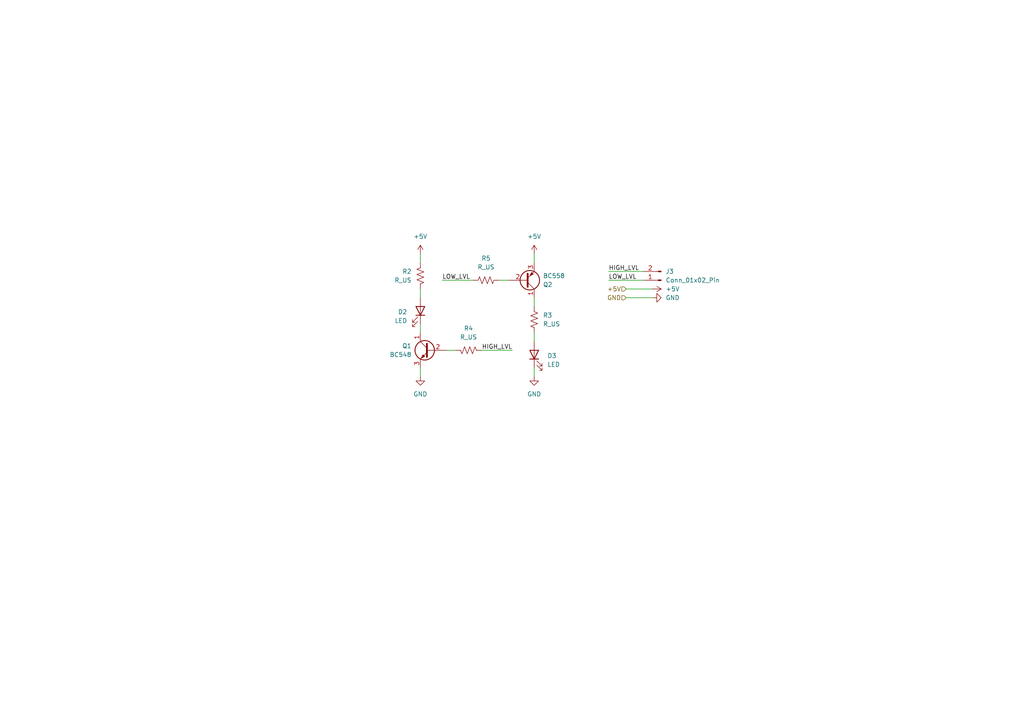
<source format=kicad_sch>
(kicad_sch (version 20230121) (generator eeschema)
  (paper "A4")
  (lib_symbols
    (symbol "Connector:Conn_01x02_Pin" (pin_names (offset 1.016) hide)
      (property "Reference" "J" (at 0 2.54 0))
      (property "Value" "Conn_01x02_Pin" (at 0 -5.08 0))
      (symbol "Conn_01x02_Pin_1_1"
        (polyline (pts (xy 1.27 -2.54) (xy 0.8636 -2.54)) (stroke (width 0.1524)))
        (polyline (pts (xy 1.27 0) (xy 0.8636 0)) (stroke (width 0.1524)))
        (rectangle (start 0.8636 -2.413) (end 0 -2.667) (stroke (width 0.1524)) (fill (type outline)))
        (rectangle (start 0.8636 0.127) (end 0 -0.127) (stroke (width 0.1524)) (fill (type outline)))
        (pin passive line (at 5.08 0 180) (length 3.81) (name "Pin_1") (number "1"))
        (pin passive line (at 5.08 -2.54 180) (length 3.81) (name "Pin_2") (number "2"))
      )
    )
    (symbol "Device:LED" (pin_numbers hide) (pin_names (offset 1.016) hide)
      (property "Reference" "D" (at 0 2.54 0))
      (property "Value" "LED" (at 0 -2.54 0))
      (symbol "LED_0_1"
        (polyline (pts (xy -1.27 -1.27) (xy -1.27 1.27)) (stroke (width 0.254)))
        (polyline (pts (xy -1.27 0) (xy 1.27 0)))
        (polyline (pts (xy 1.27 -1.27) (xy 1.27 1.27) (xy -1.27 0) (xy 1.27 -1.27)) (stroke (width 0.254)))
        (polyline (pts (xy -3.048 -0.762) (xy -4.572 -2.286) (xy -3.81 -2.286) (xy -4.572 -2.286) (xy -4.572 -1.524)))
        (polyline (pts (xy -1.778 -0.762) (xy -3.302 -2.286) (xy -2.54 -2.286) (xy -3.302 -2.286) (xy -3.302 -1.524)))
      )
      (symbol "LED_1_1"
        (pin passive line (at -3.81 0 0) (length 2.54) (name "K") (number "1"))
        (pin passive line (at 3.81 0 180) (length 2.54) (name "A") (number "2"))
      )
    )
    (symbol "Device:R_US" (pin_numbers hide) (pin_names (offset 0))
      (property "Reference" "R" (at 2.54 0 90))
      (property "Value" "R_US" (at -2.54 0 90))
      (symbol "R_US_0_1"
        (polyline (pts (xy 0 -2.286) (xy 0 -2.54)))
        (polyline (pts (xy 0 2.286) (xy 0 2.54)))
        (polyline (pts (xy 0 -0.762) (xy 1.016 -1.143) (xy 0 -1.524) (xy -1.016 -1.905) (xy 0 -2.286)))
        (polyline (pts (xy 0 0.762) (xy 1.016 0.381) (xy 0 0) (xy -1.016 -0.381) (xy 0 -0.762)))
        (polyline (pts (xy 0 2.286) (xy 1.016 1.905) (xy 0 1.524) (xy -1.016 1.143) (xy 0 0.762)))
      )
      (symbol "R_US_1_1"
        (pin passive line (at 0 3.81 270) (length 1.27) (name "~") (number "1"))
        (pin passive line (at 0 -3.81 90) (length 1.27) (name "~") (number "2"))
      )
    )
    (symbol "Transistor_BJT:BC548" (pin_names (offset 0) hide)
      (property "Reference" "Q" (at 5.08 1.905 0))
      (property "Value" "BC548" (at 5.08 0 0))
      (symbol "BC548_0_1"
        (polyline (pts (xy 0 0) (xy 0.635 0)))
        (polyline (pts (xy 0.635 0.635) (xy 2.54 2.54)))
        (polyline (pts (xy 0.635 -0.635) (xy 2.54 -2.54) (xy 2.54 -2.54)))
        (polyline (pts (xy 0.635 1.905) (xy 0.635 -1.905) (xy 0.635 -1.905)) (stroke (width 0.508)))
        (polyline (pts (xy 1.27 -1.778) (xy 1.778 -1.27) (xy 2.286 -2.286) (xy 1.27 -1.778) (xy 1.27 -1.778)) (fill (type outline)))
        (circle (center 1.27 0) (radius 2.8194) (stroke (width 0.254)))
      )
      (symbol "BC548_1_1"
        (pin passive line (at 2.54 5.08 270) (length 2.54) (name "C") (number "1"))
        (pin input line (at -5.08 0 0) (length 5.08) (name "B") (number "2"))
        (pin passive line (at 2.54 -5.08 90) (length 2.54) (name "E") (number "3"))
      )
    )
    (symbol "Transistor_BJT:BC558" (pin_names (offset 0) hide)
      (property "Reference" "Q" (at 5.08 1.905 0))
      (property "Value" "BC558" (at 5.08 0 0))
      (symbol "BC558_0_1"
        (polyline (pts (xy 0.635 0.635) (xy 2.54 2.54)))
        (polyline (pts (xy 0.635 -0.635) (xy 2.54 -2.54) (xy 2.54 -2.54)))
        (polyline (pts (xy 0.635 1.905) (xy 0.635 -1.905) (xy 0.635 -1.905)) (stroke (width 0.508)))
        (polyline (pts (xy 2.286 -1.778) (xy 1.778 -2.286) (xy 1.27 -1.27) (xy 2.286 -1.778) (xy 2.286 -1.778)) (fill (type outline)))
        (circle (center 1.27 0) (radius 2.8194) (stroke (width 0.254)))
      )
      (symbol "BC558_1_1"
        (pin passive line (at 2.54 5.08 270) (length 2.54) (name "C") (number "1"))
        (pin input line (at -5.08 0 0) (length 5.715) (name "B") (number "2"))
        (pin passive line (at 2.54 -5.08 90) (length 2.54) (name "E") (number "3"))
      )
    )
    (symbol "power:+5V" (power) (pin_names (offset 0))
      (property "Value" "+5V" (at 0 3.556 0))
      (symbol "+5V_0_1"
        (polyline (pts (xy -0.762 1.27) (xy 0 2.54)))
        (polyline (pts (xy 0 0) (xy 0 2.54)))
        (polyline (pts (xy 0 2.54) (xy 0.762 1.27)))
      )
      (symbol "+5V_1_1"
        (pin power_in line (at 0 0 90) (length 0) hide (name "+5V") (number "1"))
      )
    )
    (symbol "power:GND" (power) (pin_names (offset 0))
      (property "Value" "GND" (at 0 -3.81 0))
      (symbol "GND_0_1"
        (polyline (pts (xy 0 0) (xy 0 -1.27) (xy 1.27 -1.27) (xy 0 -2.54) (xy -1.27 -1.27) (xy 0 -1.27)))
      )
      (symbol "GND_1_1"
        (pin power_in line (at 0 0 270) (length 0) hide (name "GND") (number "1"))
      )
    )
  )
  (wire (pts (xy 137.16 81.28) (xy 128.27 81.28)))
  (wire (pts (xy 139.7 101.6) (xy 148.59 101.6)))
  (wire (pts (xy 181.61 86.36) (xy 189.23 86.36)))
  (wire (pts (xy 144.78 81.28) (xy 147.32 81.28)))
  (wire (pts (xy 121.92 83.82) (xy 121.92 86.36)))
  (wire (pts (xy 121.92 73.66) (xy 121.92 76.2)))
  (wire (pts (xy 154.94 86.36) (xy 154.94 88.9)))
  (wire (pts (xy 121.92 93.98) (xy 121.92 96.52)))
  (wire (pts (xy 176.53 81.28) (xy 186.69 81.28)))
  (wire (pts (xy 132.08 101.6) (xy 129.54 101.6)))
  (wire (pts (xy 176.53 78.74) (xy 186.69 78.74)))
  (wire (pts (xy 154.94 106.68) (xy 154.94 109.22)))
  (wire (pts (xy 181.61 83.82) (xy 189.23 83.82)))
  (wire (pts (xy 154.94 96.52) (xy 154.94 99.06)))
  (wire (pts (xy 154.94 73.66) (xy 154.94 76.2)))
  (wire (pts (xy 121.92 106.68) (xy 121.92 109.22)))
  (label "LOW_LVL" (at 128.27 81.28 0))
  (label "LOW_LVL" (at 176.53 81.28 0))
  (label "HIGH_LVL" (at 176.53 78.74 0))
  (label "HIGH_LVL" (at 148.59 101.6 180))
  (hierarchical_label "GND" (shape input) (at 181.61 86.36 180))
  (hierarchical_label "+5V" (shape input) (at 181.61 83.82 180))
  (symbol (lib_id "Transistor_BJT:BC548") (at 124.46 101.6 0) (mirror y) (unit 1)
    (property "Reference" "Q1" (at 119.38 100.33 0) (effects (justify left)))
    (property "Value" "BC548" (at 119.38 102.87 0) (effects (justify left)))
    (property "Footprint" "Package_TO_SOT_THT:TO-92_Inline_Wide" (effects hide))
    (property "Datasheet" "https://www.onsemi.com/pub/Collateral/BC550-D.pdf" (effects hide))
  )
  (symbol (lib_id "Device:R_US") (at 140.97 81.28 270) (unit 1)
    (property "Reference" "R5" (at 140.97 74.93 90))
    (property "Value" "R_US" (at 140.97 77.47 90))
    (property "Footprint" "Resistor_THT:R_Axial_DIN0207_L6.3mm_D2.5mm_P2.54mm_Vertical" (effects hide))
    (instances (project "preperf_10x10" (path "" (reference "R5") (unit 1)) (path "" (reference "R3") (unit 1))))
  )
  (symbol (lib_id "power:GND") (at 189.23 86.36 90) (mirror x) (unit 1)
    (property "Reference" "#PWR011" (effects hide))
    (property "Value" "GND" (at 193.04 86.36 90) (effects (justify right)))
    (instances (project "preperf_10x10" (path "" (reference "#PWR011") (unit 1)) (path "" (reference "#PWR010") (unit 1))))
  )
  (symbol (lib_id "Device:R_US") (at 154.94 92.71 180) (unit 1)
    (property "Reference" "R3" (at 157.48 91.44 0) (effects (justify right)))
    (property "Value" "R_US" (at 157.48 93.98 0) (effects (justify right)))
    (property "Footprint" "Resistor_THT:R_Axial_DIN0207_L6.3mm_D2.5mm_P5.08mm_Vertical" (effects hide))
    (instances (project "preperf_10x10" (path "" (reference "R3") (unit 1)) (path "" (reference "R4") (unit 1))))
  )
  (symbol (lib_id "power:+5V") (at 189.23 83.82 270) (unit 1)
    (property "Reference" "#PWR09" (effects hide))
    (property "Value" "+5V" (at 193.04 83.82 90) (effects (justify left)))
  )
  (symbol (lib_id "Device:LED") (at 154.94 102.87 90) (unit 1)
    (property "Reference" "D3" (at 158.75 103.1875 90) (effects (justify right)))
    (property "Value" "LED" (at 158.75 105.7275 90) (effects (justify right)))
    (property "Footprint" "LED_THT:LED_D3.0mm" (effects hide))
    (instances (project "preperf_10x10" (path "" (reference "D3") (unit 1)) (path "" (reference "D2") (unit 1))))
  )
  (symbol (lib_id "Device:LED") (at 121.92 90.17 270) (mirror x) (unit 1)
    (property "Reference" "D2" (at 118.11 90.4875 90) (effects (justify right)))
    (property "Value" "LED" (at 118.11 93.0275 90) (effects (justify right)))
    (property "Footprint" "LED_THT:LED_D3.0mm" (effects hide))
    (instances (project "preperf_10x10" (path "" (reference "D2") (unit 1)) (path "" (reference "D1") (unit 1))))
  )
  (symbol (lib_id "Connector:Conn_01x02_Pin") (at 191.77 81.28 180) (unit 1)
    (property "Reference" "J3" (at 193.04 78.74 0) (effects (justify right)))
    (property "Value" "Conn_01x02_Pin" (at 193.04 81.28 0) (effects (justify right)))
    (property "Footprint" "Connector_Molex:Molex_KK-254_AE-6410-02A_1x02_P2.54mm_Vertical" (effects hide))
    (instances (project "preperf_10x10" (path "" (reference "J3") (unit 1)) (path "" (reference "J2") (unit 1))))
  )
  (symbol (lib_id "power:GND") (at 154.94 109.22 0) (unit 1)
    (property "Reference" "#PWR010" (effects hide))
    (property "Value" "GND" (at 154.94 114.3 0))
    (instances (project "preperf_10x10" (path "" (reference "#PWR010") (unit 1)) (path "" (reference "#PWR08") (unit 1))))
  )
  (symbol (lib_id "Device:R_US") (at 135.89 101.6 270) (mirror x) (unit 1)
    (property "Reference" "R4" (at 135.89 95.25 90))
    (property "Value" "R_US" (at 135.89 97.79 90))
    (property "Footprint" "Resistor_THT:R_Axial_DIN0207_L6.3mm_D2.5mm_P2.54mm_Vertical" (effects hide))
    (instances (project "preperf_10x10" (path "" (reference "R4") (unit 1)) (path "" (reference "R2") (unit 1))))
  )
  (symbol (lib_id "power:+5V") (at 121.92 73.66 0) (mirror y) (unit 1)
    (property "Reference" "#PWR09" (effects hide))
    (property "Value" "+5V" (at 121.92 68.58 0))
    (instances (project "preperf_10x10" (path "" (reference "#PWR09") (unit 1)) (path "" (reference "#PWR05") (unit 1))))
  )
  (symbol (lib_id "Transistor_BJT:BC558") (at 152.4 81.28 0) (mirror x) (unit 1)
    (property "Reference" "Q2" (at 157.48 82.55 0) (effects (justify left)))
    (property "Value" "BC558" (at 157.48 80.01 0) (effects (justify left)))
    (property "Footprint" "Package_TO_SOT_THT:TO-92_Inline_Wide" (effects hide))
    (property "Datasheet" "https://www.onsemi.com/pub/Collateral/BC556BTA-D.pdf" (effects hide))
  )
  (symbol (lib_id "power:GND") (at 121.92 109.22 0) (mirror y) (unit 1)
    (property "Reference" "#PWR011" (effects hide))
    (property "Value" "GND" (at 121.92 114.3 0))
    (instances (project "preperf_10x10" (path "" (reference "#PWR011") (unit 1)) (path "" (reference "#PWR06") (unit 1))))
  )
  (symbol (lib_id "Device:R_US") (at 121.92 80.01 0) (mirror y) (unit 1)
    (property "Reference" "R2" (at 119.38 78.74 0) (effects (justify left)))
    (property "Value" "R_US" (at 119.38 81.28 0) (effects (justify left)))
    (property "Footprint" "Resistor_THT:R_Axial_DIN0207_L6.3mm_D2.5mm_P2.54mm_Vertical" (effects hide))
    (instances (project "preperf_10x10" (path "" (reference "R2") (unit 1)) (path "" (reference "R1") (unit 1))))
  )
  (symbol (lib_id "power:+5V") (at 154.94 73.66 0) (unit 1)
    (property "Reference" "#PWR012" (effects hide))
    (property "Value" "+5V" (at 154.94 68.58 0))
    (instances (project "preperf_10x10" (path "" (reference "#PWR012") (unit 1)) (path "" (reference "#PWR07") (unit 1))))
  )
)
</source>
